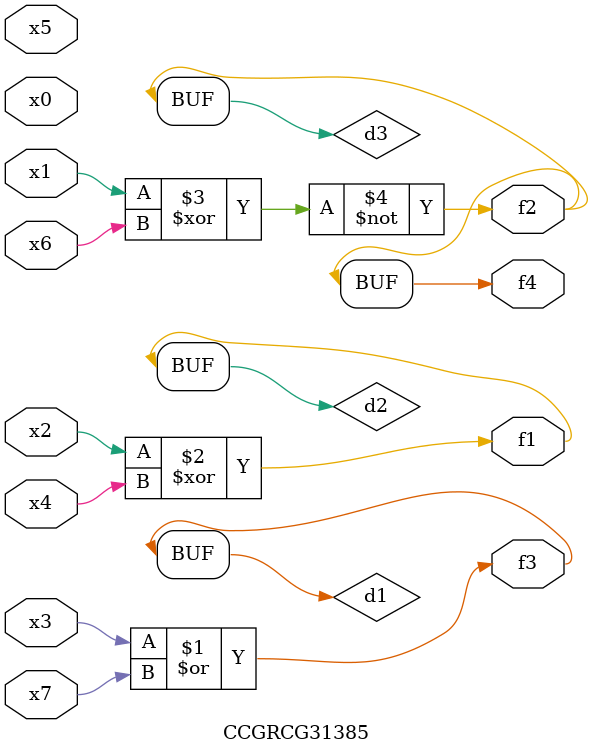
<source format=v>
module CCGRCG31385(
	input x0, x1, x2, x3, x4, x5, x6, x7,
	output f1, f2, f3, f4
);

	wire d1, d2, d3;

	or (d1, x3, x7);
	xor (d2, x2, x4);
	xnor (d3, x1, x6);
	assign f1 = d2;
	assign f2 = d3;
	assign f3 = d1;
	assign f4 = d3;
endmodule

</source>
